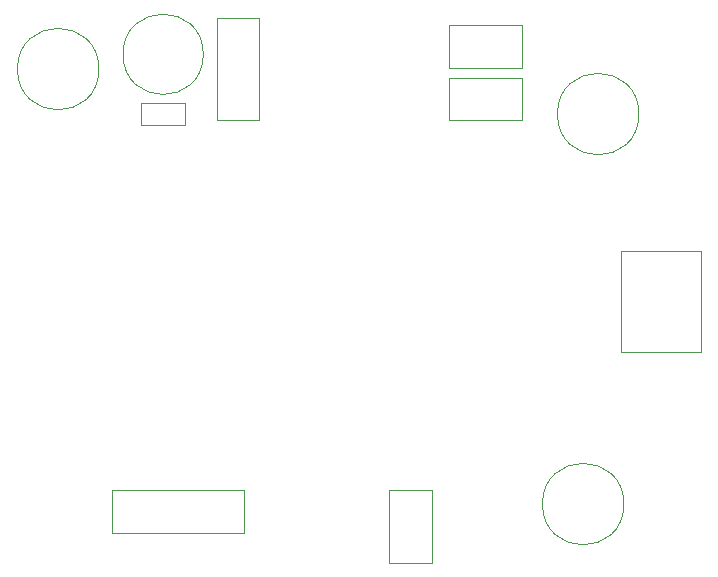
<source format=gbr>
%TF.GenerationSoftware,KiCad,Pcbnew,5.1.10*%
%TF.CreationDate,2021-10-27T21:54:33+02:00*%
%TF.ProjectId,JeanCloud_pcb_regular,4a65616e-436c-46f7-9564-5f7063625f72,rev?*%
%TF.SameCoordinates,Original*%
%TF.FileFunction,Other,User*%
%FSLAX46Y46*%
G04 Gerber Fmt 4.6, Leading zero omitted, Abs format (unit mm)*
G04 Created by KiCad (PCBNEW 5.1.10) date 2021-10-27 21:54:33*
%MOMM*%
%LPD*%
G01*
G04 APERTURE LIST*
%ADD10C,0.050000*%
G04 APERTURE END LIST*
D10*
%TO.C, *%
X97430000Y-68580000D02*
G75*
G03*
X97430000Y-68580000I-3450000J0D01*
G01*
X52980000Y-31750000D02*
G75*
G03*
X52980000Y-31750000I-3450000J0D01*
G01*
X98700000Y-35560000D02*
G75*
G03*
X98700000Y-35560000I-3450000J0D01*
G01*
%TO.C,J1*%
X97215000Y-55685000D02*
X103965000Y-55685000D01*
X103965000Y-55685000D02*
X103965000Y-47185000D01*
X97215000Y-55685000D02*
X97215000Y-47185000D01*
X97215000Y-47185000D02*
X103965000Y-47185000D01*
%TO.C,J2*%
X54080000Y-71015000D02*
X65280000Y-71015000D01*
X65280000Y-71015000D02*
X65280000Y-67415000D01*
X65280000Y-67415000D02*
X54080000Y-67415000D01*
X54080000Y-67415000D02*
X54080000Y-71015000D01*
%TO.C,J3*%
X62970000Y-27410000D02*
X62970000Y-36060000D01*
X62970000Y-36060000D02*
X66570000Y-36060000D01*
X66570000Y-36060000D02*
X66570000Y-27410000D01*
X66570000Y-27410000D02*
X62970000Y-27410000D01*
%TO.C,J4*%
X77575000Y-67415000D02*
X77575000Y-73565000D01*
X77575000Y-73565000D02*
X81175000Y-73565000D01*
X81175000Y-73565000D02*
X81175000Y-67415000D01*
X81175000Y-67415000D02*
X77575000Y-67415000D01*
%TO.C,J5*%
X82655000Y-28045000D02*
X82655000Y-31645000D01*
X88805000Y-28045000D02*
X82655000Y-28045000D01*
X88805000Y-31645000D02*
X88805000Y-28045000D01*
X82655000Y-31645000D02*
X88805000Y-31645000D01*
%TO.C,J6*%
X82655000Y-36090000D02*
X88805000Y-36090000D01*
X88805000Y-36090000D02*
X88805000Y-32490000D01*
X88805000Y-32490000D02*
X82655000Y-32490000D01*
X82655000Y-32490000D02*
X82655000Y-36090000D01*
%TO.C,C1*%
X61820000Y-30500000D02*
G75*
G03*
X61820000Y-30500000I-3400000J0D01*
G01*
%TO.C,R1*%
X56570000Y-34610000D02*
X60270000Y-34610000D01*
X56570000Y-36510000D02*
X56570000Y-34610000D01*
X60270000Y-36510000D02*
X56570000Y-36510000D01*
X60270000Y-34610000D02*
X60270000Y-36510000D01*
%TD*%
M02*

</source>
